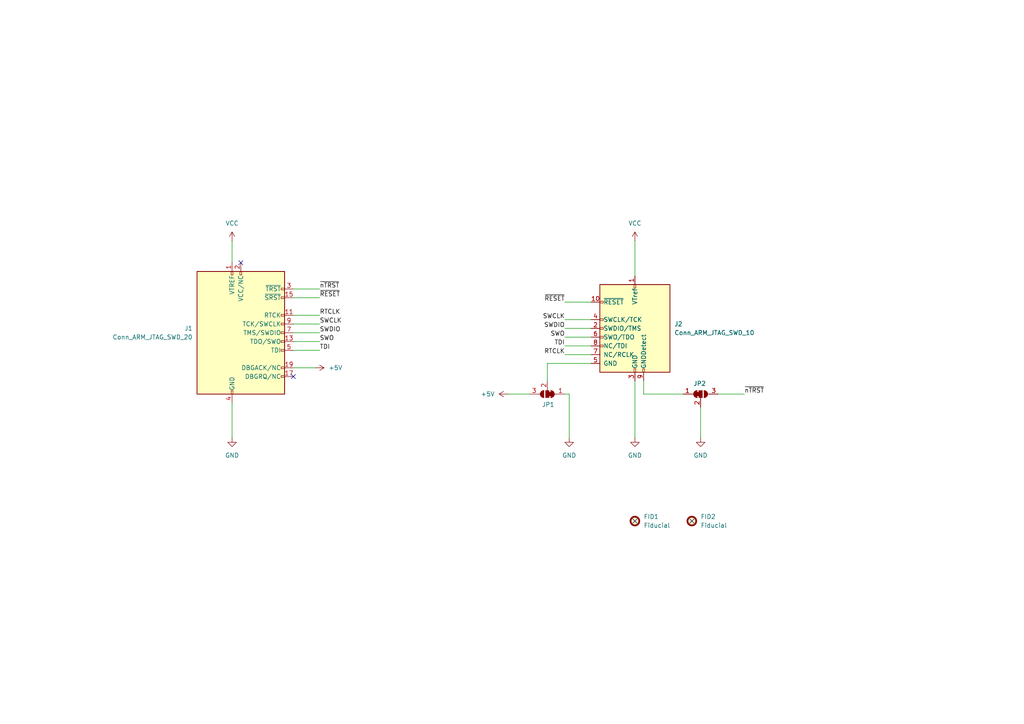
<source format=kicad_sch>
(kicad_sch (version 20231120) (generator "eeschema") (generator_version "8.0")
  (paper "A4")
  (title_block (title "DAM Connect") (date "2024-06-15") (rev "a") (comment 1 "MootSeeker 2024"))
  (lib_symbols
    (symbol "Connector:Conn_ARM_JTAG_SWD_10" (pin_names (offset 1.016))
      (property "Reference" "J2" (at -11.43 1.2701 0))
      (property "Value" "Conn_ARM_JTAG_SWD_10" (at -11.43 -1.2699 0))
      (symbol "Conn_ARM_JTAG_SWD_10_0_1"
        (rectangle (start -10.16 12.7) (end 10.16 -12.7) (stroke (width 0.254)) (fill (type background)))
        (rectangle (start -2.794 -12.7) (end -2.286 -11.684))
        (rectangle (start -0.254 -12.7) (end 0.254 -11.684))
        (rectangle (start -0.254 12.7) (end 0.254 11.684))
        (rectangle (start 9.144 2.286) (end 10.16 2.794))
        (rectangle (start 10.16 -2.794) (end 9.144 -2.286))
        (rectangle (start 10.16 -0.254) (end 9.144 0.254))
        (rectangle (start 10.16 7.874) (end 9.144 7.366))
      )
      (symbol "Conn_ARM_JTAG_SWD_10_1_1"
        (rectangle (start 9.144 -5.334) (end 10.16 -4.826))
        (pin power_in line (at 0 15.24 270) (length 2.54) (name "VTref") (number "1"))
        (pin open_collector line (at 12.7 7.62 180) (length 2.54) (name "~{RESET}") (number "10"))
        (pin bidirectional line (at 12.7 0 180) (length 2.54) (name "SWDIO/TMS") (number "2"))
        (pin power_in line (at 0 -15.24 90) (length 2.54) (name "GND") (number "3"))
        (pin output line (at 12.7 2.54 180) (length 2.54) (name "SWCLK/TCK") (number "4"))
        (pin passive line (at 12.7 -10.16 180) (length 2.54) (name "GND") (number "5"))
        (pin input line (at 12.7 -2.54 180) (length 2.54) (name "SWO/TDO") (number "6"))
        (pin passive line (at 12.7 -7.62 180) (length 2.54) (name "NC/RCLK") (number "7"))
        (pin output line (at 12.7 -5.08 180) (length 2.54) (name "NC/TDI") (number "8"))
        (pin passive line (at -2.54 -15.24 90) (length 2.54) (name "GNDDetect") (number "9"))
      )
    )
    (symbol "Connector:Conn_ARM_JTAG_SWD_20" (pin_names (offset 1.016))
      (property "Reference" "J" (at -5.08 21.59 0))
      (property "Value" "Conn_ARM_JTAG_SWD_20" (at -5.08 19.05 0))
      (symbol "Conn_ARM_JTAG_SWD_20_0_1"
        (rectangle (start -12.7 17.78) (end 12.7 -17.78) (stroke (width 0.254)) (fill (type background)))
        (rectangle (start -2.794 -17.78) (end -2.286 -16.764))
        (rectangle (start -2.794 17.78) (end -2.286 16.764))
        (rectangle (start -0.254 17.78) (end 0.254 16.764))
        (rectangle (start 11.684 2.286) (end 12.7 2.794))
        (rectangle (start 12.7 -12.446) (end 11.684 -12.954))
        (rectangle (start 12.7 -9.906) (end 11.684 -10.414))
        (rectangle (start 12.7 -2.794) (end 11.684 -2.286))
        (rectangle (start 12.7 -0.254) (end 11.684 0.254))
        (rectangle (start 12.7 4.826) (end 11.684 5.334))
        (rectangle (start 12.7 10.414) (end 11.684 9.906))
        (rectangle (start 12.7 12.954) (end 11.684 12.446))
      )
      (symbol "Conn_ARM_JTAG_SWD_20_1_1"
        (rectangle (start 11.684 -5.334) (end 12.7 -4.826))
        (pin power_in line (at -2.54 20.32 270) (length 2.54) (name "VTREF") (number "1"))
        (pin passive line (at -2.54 -20.32 90) (length 2.54) hide (name "GND") (number "10"))
        (pin input line (at 15.24 5.08 180) (length 2.54) (name "RTCK") (number "11"))
        (pin passive line (at -2.54 -20.32 90) (length 2.54) hide (name "GND") (number "12"))
        (pin input line (at 15.24 -2.54 180) (length 2.54) (name "TDO/SWO") (number "13"))
        (pin passive line (at -2.54 -20.32 90) (length 2.54) hide (name "GND") (number "14"))
        (pin bidirectional line (at 15.24 10.16 180) (length 2.54) (name "~{SRST}") (number "15"))
        (pin passive line (at -2.54 -20.32 90) (length 2.54) hide (name "GND") (number "16"))
        (pin output line (at 15.24 -12.7 180) (length 2.54) (name "DBGRQ/NC") (number "17"))
        (pin passive line (at -2.54 -20.32 90) (length 2.54) hide (name "GND") (number "18"))
        (pin input line (at 15.24 -10.16 180) (length 2.54) (name "DBGACK/NC") (number "19"))
        (pin power_in line (at 0 20.32 270) (length 2.54) (name "VCC/NC") (number "2"))
        (pin passive line (at -2.54 -20.32 90) (length 2.54) hide (name "GND") (number "20"))
        (pin output line (at 15.24 12.7 180) (length 2.54) (name "~{TRST}") (number "3"))
        (pin power_in line (at -2.54 -20.32 90) (length 2.54) (name "GND") (number "4"))
        (pin output line (at 15.24 -5.08 180) (length 2.54) (name "TDI") (number "5"))
        (pin passive line (at -2.54 -20.32 90) (length 2.54) hide (name "GND") (number "6"))
        (pin output line (at 15.24 0 180) (length 2.54) (name "TMS/SWDIO") (number "7"))
        (pin passive line (at -2.54 -20.32 90) (length 2.54) hide (name "GND") (number "8"))
        (pin output line (at 15.24 2.54 180) (length 2.54) (name "TCK/SWCLK") (number "9"))
      )
    )
    (symbol "Jumper:SolderJumper_3_Bridged12" (pin_names (offset 0) hide) (exclude_from_sim yes) (in_bom no)
      (property "Reference" "JP" (at -2.54 -2.54 0))
      (property "Value" "SolderJumper_3_Bridged12" (at 0 2.794 0))
      (symbol "SolderJumper_3_Bridged12_0_1"
        (rectangle (start -1.016 0.508) (end -0.508 -0.508) (fill (type outline)))
        (arc (start -1.016 1.016) (mid -2.0276 0) (end -1.016 -1.016))
        (arc (start -1.016 1.016) (mid -2.0276 0) (end -1.016 -1.016) (fill (type outline)))
        (rectangle (start -0.508 1.016) (end 0.508 -1.016) (fill (type outline)))
        (polyline (pts (xy -2.54 0) (xy -2.032 0)))
        (polyline (pts (xy -1.016 1.016) (xy -1.016 -1.016)))
        (polyline (pts (xy 0 -1.27) (xy 0 -1.016)))
        (polyline (pts (xy 1.016 1.016) (xy 1.016 -1.016)))
        (polyline (pts (xy 2.54 0) (xy 2.032 0)))
        (arc (start 1.016 -1.016) (mid 2.0276 0) (end 1.016 1.016))
        (arc (start 1.016 -1.016) (mid 2.0276 0) (end 1.016 1.016) (fill (type outline)))
      )
      (symbol "SolderJumper_3_Bridged12_1_1"
        (pin passive line (at -5.08 0 0) (length 2.54) (name "A") (number "1"))
        (pin passive line (at 0 -3.81 90) (length 2.54) (name "C") (number "2"))
        (pin passive line (at 5.08 0 180) (length 2.54) (name "B") (number "3"))
      )
    )
    (symbol "Mechanical:Fiducial" (exclude_from_sim yes) (in_bom no)
      (property "Reference" "FID" (at 0 5.08 0))
      (property "Value" "Fiducial" (at 0 3.175 0))
      (symbol "Fiducial_0_1"
        (circle (center 0 0) (radius 1.27) (stroke (width 0.508)) (fill (type background)))
      )
    )
    (symbol "power:+5V" (power) (pin_numbers hide) (pin_names (offset 0) hide)
      (property "Value" "+5V" (at 0 3.556 0))
      (symbol "+5V_0_1"
        (polyline (pts (xy -0.762 1.27) (xy 0 2.54)))
        (polyline (pts (xy 0 0) (xy 0 2.54)))
        (polyline (pts (xy 0 2.54) (xy 0.762 1.27)))
      )
      (symbol "+5V_1_1"
        (pin power_in line (at 0 0 90) (length 0) (name "~") (number "1"))
      )
    )
    (symbol "power:GND" (power) (pin_numbers hide) (pin_names (offset 0) hide)
      (property "Value" "GND" (at 0 -3.81 0))
      (symbol "GND_0_1"
        (polyline (pts (xy 0 0) (xy 0 -1.27) (xy 1.27 -1.27) (xy 0 -2.54) (xy -1.27 -1.27) (xy 0 -1.27)))
      )
      (symbol "GND_1_1"
        (pin power_in line (at 0 0 270) (length 0) (name "~") (number "1"))
      )
    )
    (symbol "power:VCC" (power) (pin_numbers hide) (pin_names (offset 0) hide)
      (property "Value" "VCC" (at 0 3.556 0))
      (symbol "VCC_0_1"
        (polyline (pts (xy -0.762 1.27) (xy 0 2.54)))
        (polyline (pts (xy 0 0) (xy 0 2.54)))
        (polyline (pts (xy 0 2.54) (xy 0.762 1.27)))
      )
      (symbol "VCC_1_1"
        (pin power_in line (at 0 0 90) (length 0) (name "~") (number "1"))
      )
    )
  )
  (no_connect (at 85.09 109.22))
  (no_connect (at 69.85 76.2))
  (no_connect (at 200.66 151.13))
  (no_connect (at 184.15 151.13))
  (wire (pts (xy 85.09 93.98) (xy 92.71 93.98)))
  (wire (pts (xy 203.2 118.11) (xy 203.2 127)))
  (wire (pts (xy 165.1 114.3) (xy 165.1 127)))
  (wire (pts (xy 158.75 105.41) (xy 171.45 105.41)))
  (wire (pts (xy 171.45 87.63) (xy 163.83 87.63)))
  (wire (pts (xy 67.31 69.85) (xy 67.31 76.2)))
  (wire (pts (xy 85.09 99.06) (xy 92.71 99.06)))
  (wire (pts (xy 67.31 116.84) (xy 67.31 127)))
  (wire (pts (xy 91.44 106.68) (xy 85.09 106.68)))
  (wire (pts (xy 171.45 95.25) (xy 163.83 95.25)))
  (wire (pts (xy 184.15 110.49) (xy 184.15 127)))
  (wire (pts (xy 184.15 69.85) (xy 184.15 80.01)))
  (wire (pts (xy 171.45 100.33) (xy 163.83 100.33)))
  (wire (pts (xy 85.09 86.36) (xy 92.71 86.36)))
  (wire (pts (xy 85.09 96.52) (xy 92.71 96.52)))
  (wire (pts (xy 163.83 114.3) (xy 165.1 114.3)))
  (wire (pts (xy 147.32 114.3) (xy 153.67 114.3)))
  (wire (pts (xy 171.45 97.79) (xy 163.83 97.79)))
  (wire (pts (xy 171.45 92.71) (xy 163.83 92.71)))
  (wire (pts (xy 186.69 114.3) (xy 186.69 110.49)))
  (wire (pts (xy 171.45 102.87) (xy 163.83 102.87)))
  (wire (pts (xy 208.28 114.3) (xy 215.9 114.3)))
  (wire (pts (xy 85.09 91.44) (xy 92.71 91.44)))
  (wire (pts (xy 85.09 101.6) (xy 92.71 101.6)))
  (wire (pts (xy 85.09 83.82) (xy 92.71 83.82)))
  (wire (pts (xy 198.12 114.3) (xy 186.69 114.3)))
  (wire (pts (xy 158.75 110.49) (xy 158.75 105.41)))
  (label "SWO" (at 92.71 99.06 0))
  (label "~{RESET}" (at 163.83 87.63 180))
  (label "TDI" (at 163.83 100.33 180))
  (label "~{nTRST}" (at 92.71 83.82 0))
  (label "SWDIO" (at 163.83 95.25 180))
  (label "SWCLK" (at 92.71 93.98 0))
  (label "~{RESET}" (at 92.71 86.36 0))
  (label "SWDIO" (at 92.71 96.52 0))
  (label "SWCLK" (at 163.83 92.71 180))
  (label "RTCLK" (at 163.83 102.87 180))
  (label "RTCLK" (at 92.71 91.44 0))
  (label "TDI" (at 92.71 101.6 0))
  (label "SWO" (at 163.83 97.79 180))
  (label "~{nTRST}" (at 215.9 114.3 0))
  (symbol (lib_id "power:GND") (at 203.2 127 0) (unit 1)
    (property "Reference" "#PWR08" (effects (hide yes)))
    (property "Value" "GND" (at 203.2 132.08 0))
    (property "Description" "Power symbol creates a global label with name \"GND\" , ground" (effects (hide yes)))
  )
  (symbol (lib_id "power:VCC") (at 67.31 69.85 0) (unit 1)
    (property "Reference" "#PWR06" (effects (hide yes)))
    (property "Value" "VCC" (at 67.31 64.77 0))
    (property "Description" "Power symbol creates a global label with name \"VCC\"" (effects (hide yes)))
  )
  (symbol (lib_id "power:GND") (at 184.15 127 0) (unit 1)
    (property "Reference" "#PWR02" (effects (hide yes)))
    (property "Value" "GND" (at 184.15 132.08 0))
    (property "Description" "Power symbol creates a global label with name \"GND\" , ground" (effects (hide yes)))
  )
  (symbol (lib_id "power:VCC") (at 184.15 69.85 0) (unit 1)
    (property "Reference" "#PWR07" (effects (hide yes)))
    (property "Value" "VCC" (at 184.15 64.77 0))
    (property "Description" "Power symbol creates a global label with name \"VCC\"" (effects (hide yes)))
  )
  (symbol (lib_id "Mechanical:Fiducial") (at 200.66 151.13 0) (unit 1) (exclude_from_sim yes) (in_bom no)
    (property "Reference" "FID2" (at 203.2 149.8599 0) (effects (justify left)))
    (property "Value" "Fiducial" (at 203.2 152.3999 0) (effects (justify left)))
    (property "Footprint" "Fiducial:Fiducial_0.5mm_Mask1mm" (effects (hide yes)))
    (property "Description" "Fiducial Marker" (effects (hide yes)))
  )
  (symbol (lib_id "Jumper:SolderJumper_3_Bridged12") (at 158.75 114.3 180) (unit 1) (exclude_from_sim yes) (in_bom no)
    (property "Reference" "JP1" (at 159.004 117.348 0))
    (property "Value" "SolderJumper_3_Bridged12" (effects (hide yes)))
    (property "Footprint" "Jumper:SolderJumper-3_P1.3mm_Bridged12_RoundedPad1.0x1.5mm_NumberLabels" (effects (hide yes)))
    (property "Description" "3-pole Solder Jumper, pins 1+2 closed/bridged" (effects (hide yes)))
  )
  (symbol (lib_id "power:GND") (at 67.31 127 0) (unit 1)
    (property "Reference" "#PWR01" (effects (hide yes)))
    (property "Value" "GND" (at 67.31 132.08 0))
    (property "Description" "Power symbol creates a global label with name \"GND\" , ground" (effects (hide yes)))
  )
  (symbol (lib_id "Connector:Conn_ARM_JTAG_SWD_20") (at 69.85 96.52 0) (unit 1)
    (property "Reference" "J1" (at 55.88 95.2499 0) (effects (justify right)))
    (property "Value" "Conn_ARM_JTAG_SWD_20" (at 55.88 97.7899 0) (effects (justify right)))
    (property "Footprint" "Connector_IDC:IDC-Header_2x10_P2.54mm_Horizontal" (effects (hide yes)))
    (property "Datasheet" "http://infocenter.arm.com/help/topic/com.arm.doc.dui0499b/DUI0499B_system_design_reference.pdf" (effects (hide yes)))
    (property "Description" "Standard IDC20 Pinheader Connector, ARM legacy JTAG and SWD interface" (effects (hide yes)))
  )
  (symbol (lib_id "power:GND") (at 165.1 127 0) (unit 1)
    (property "Reference" "#PWR03" (effects (hide yes)))
    (property "Value" "GND" (at 165.1 132.08 0))
    (property "Description" "Power symbol creates a global label with name \"GND\" , ground" (effects (hide yes)))
  )
  (symbol (lib_id "power:+5V") (at 91.44 106.68 270) (unit 1)
    (property "Reference" "#PWR05" (effects (hide yes)))
    (property "Value" "+5V" (at 95.25 106.6801 90) (effects (justify left)))
    (property "Description" "Power symbol creates a global label with name \"+5V\"" (effects (hide yes)))
  )
  (symbol (lib_id "Mechanical:Fiducial") (at 184.15 151.13 0) (unit 1) (exclude_from_sim yes) (in_bom no)
    (property "Reference" "FID1" (at 186.69 149.8599 0) (effects (justify left)))
    (property "Value" "Fiducial" (at 186.69 152.3999 0) (effects (justify left)))
    (property "Footprint" "Fiducial:Fiducial_0.5mm_Mask1mm" (effects (hide yes)))
    (property "Description" "Fiducial Marker" (effects (hide yes)))
  )
  (symbol (lib_id "power:+5V") (at 147.32 114.3 90) (unit 1)
    (property "Reference" "#PWR04" (effects (hide yes)))
    (property "Value" "+5V" (at 143.51 114.2999 90) (effects (justify left)))
    (property "Description" "Power symbol creates a global label with name \"+5V\"" (effects (hide yes)))
  )
  (symbol (lib_id "Jumper:SolderJumper_3_Bridged12") (at 203.2 114.3 0) (unit 1) (exclude_from_sim yes) (in_bom no)
    (property "Reference" "JP2" (at 202.946 111.252 0))
    (property "Value" "SolderJumper_3_Bridged12" (effects (hide yes)))
    (property "Footprint" "Jumper:SolderJumper-3_P1.3mm_Bridged12_RoundedPad1.0x1.5mm_NumberLabels" (effects (hide yes)))
    (property "Description" "3-pole Solder Jumper, pins 1+2 closed/bridged" (effects (hide yes)))
  )
  (symbol (lib_id "Connector:Conn_ARM_JTAG_SWD_10") (at 184.15 95.25 0) (mirror y) (unit 1)
    (property "Reference" "J2" (at 195.58 93.9799 0) (effects (justify right)))
    (property "Value" "Conn_ARM_JTAG_SWD_10" (at 195.58 96.5199 0) (effects (justify right)))
    (property "Footprint" "Connector_IDC:IDC-Header_2x05_P2.54mm_Horizontal" (effects (hide yes)))
    (property "Datasheet" "http://infocenter.arm.com/help/topic/com.arm.doc.ddi0314h/DDI0314H_coresight_components_trm.pdf" (effects (hide yes)))
    (property "Description" "Cortex Debug Connector, standard ARM Cortex-M SWD and JTAG interface" (effects (hide yes)))
  )
)
</source>
